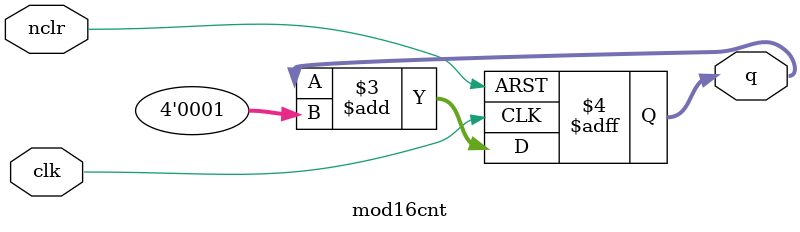
<source format=v>
module mod16cnt (
input wire clk,
input wire nclr,
output reg [3:0] q
);
always @ (posedge clk or negedge nclr)
begin
if(!nclr)
q <= 4'b0;
else
q <= q + 4'b1;
end
endmodule

</source>
